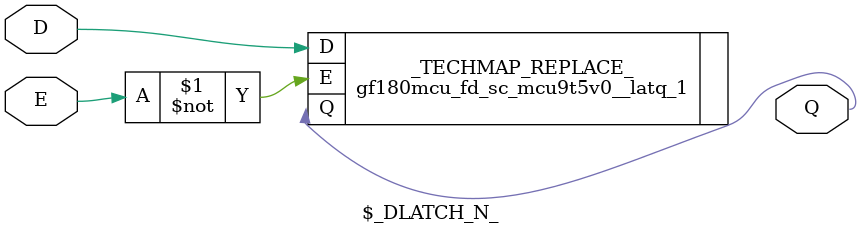
<source format=v>
module $_DLATCH_P_(input E, input D, output Q);
    gf180mcu_fd_sc_mcu9t5v0__latq_1 _TECHMAP_REPLACE_ (
        .D(D),
        .E(E),
        .Q(Q)
        );
endmodule

module $_DLATCH_N_(input E, input D, output Q);
    gf180mcu_fd_sc_mcu9t5v0__latq_1 _TECHMAP_REPLACE_ (
        .D(D),
        .E(~E),
        .Q(Q)
        );
endmodule

</source>
